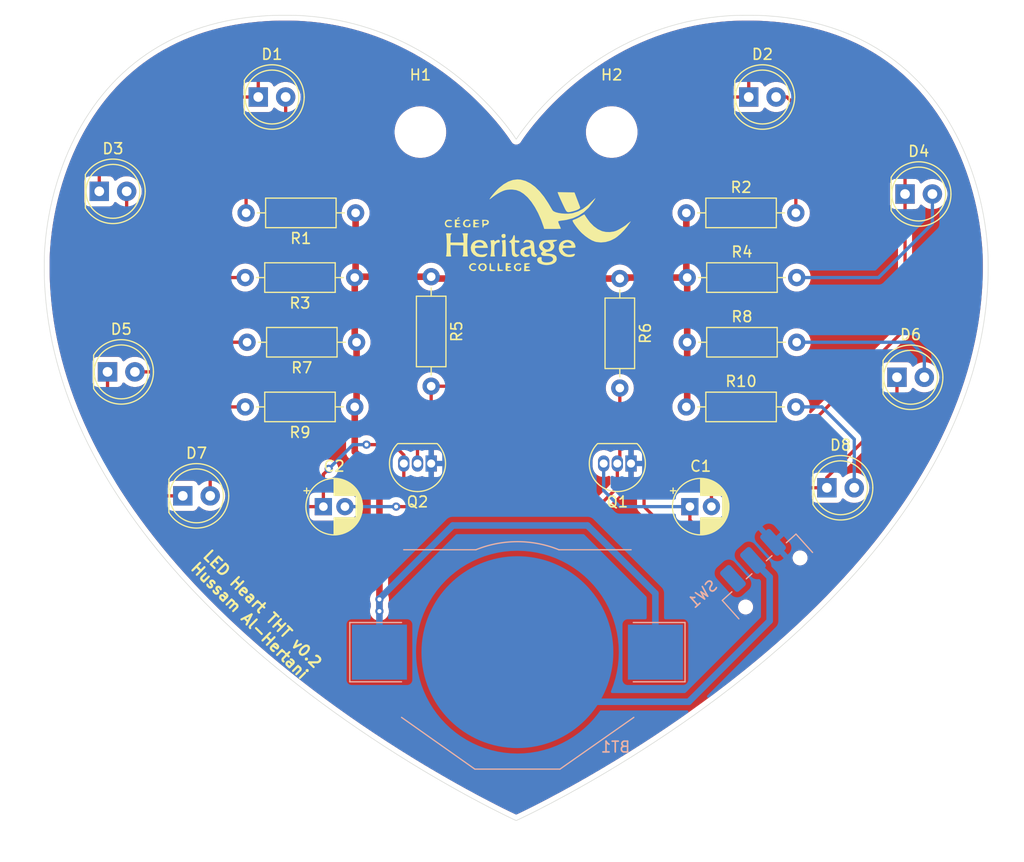
<source format=kicad_pcb>
(kicad_pcb (version 20240108) (generator "pcbnew") (generator_version "8.0")
  (layers (0 "F.Cu" signal) (31 "B.Cu" signal) (34 "B.Paste" user) (35 "F.Paste" user) (36 "B.SilkS" user "B.Silkscreen") (37 "F.SilkS" user "F.Silkscreen") (38 "B.Mask" user) (39 "F.Mask" user) (44 "Edge.Cuts" user))
  (net 0 "")
  (net 1 "Net-(D1-K)")
  (net 2 "Net-(Q2-B)")
  (net 3 "Net-(Q1-B)")
  (net 4 "Net-(D5-K)")
  (net 5 "Net-(D1-A)")
  (net 6 "Net-(D2-A)")
  (net 7 "Net-(D3-A)")
  (net 8 "Net-(D4-A)")
  (net 9 "Net-(D5-A)")
  (net 10 "Net-(D6-A)")
  (net 11 "Net-(D7-A)")
  (net 12 "Net-(D8-A)")
  (net 13 "GND")
  (net 14 "VCC")
  (net 15 "/VBAT")
  (footprint "LED_THT:LED_D5.0mm" (layer "F.Cu") (at 49.21 117.75)
    (property "Reference" "D3" (at 1.27 -3.96 0) (layer "F.SilkS"))
    (property "Value" "LED")
    (pad "1" thru_hole rect (at 0 0) (size 1.8 1.8) (drill 0.9) (layers "*.Cu" "*.Mask") (net 1 "Net-(D1-K)"))
    (pad "2" thru_hole circle (at 2.54 0) (size 1.8 1.8) (drill 0.9) (layers "*.Cu" "*.Mask") (net 7 "Net-(D3-A)"))
  )
  (footprint "Resistor_THT:R_Axial_DIN0207_L6.3mm_D2.5mm_P10.16mm_Horizontal" (layer "F.Cu") (at 103.67 119.75)
    (property "Reference" "R2" (at 5.08 -2.37 0) (layer "F.SilkS"))
    (property "Value" "220")
    (pad "1" thru_hole circle (at 0 0) (size 1.6 1.6) (drill 0.8) (layers "*.Cu" "*.Mask") (net 14 "VCC"))
    (pad "2" thru_hole oval (at 10.16 0) (size 1.6 1.6) (drill 0.8) (layers "*.Cu" "*.Mask") (net 6 "Net-(D2-A)"))
  )
  (footprint "Resistor_THT:R_Axial_DIN0207_L6.3mm_D2.5mm_P10.16mm_Horizontal" (layer "F.Cu") (at 72.99 119.75 180)
    (property "Reference" "R1" (at 5.08 -2.37 0) (layer "F.SilkS"))
    (property "Value" "220")
    (pad "1" thru_hole circle (at 0 0 180) (size 1.6 1.6) (drill 0.8) (layers "*.Cu" "*.Mask") (net 14 "VCC"))
    (pad "2" thru_hole oval (at 10.16 0 180) (size 1.6 1.6) (drill 0.8) (layers "*.Cu" "*.Mask") (net 5 "Net-(D1-A)"))
  )
  (footprint "Resistor_THT:R_Axial_DIN0207_L6.3mm_D2.5mm_P10.16mm_Horizontal" (layer "F.Cu") (at 103.75 125.75)
    (property "Reference" "R4" (at 5.08 -2.37 0) (layer "F.SilkS"))
    (property "Value" "220")
    (pad "1" thru_hole circle (at 0 0) (size 1.6 1.6) (drill 0.8) (layers "*.Cu" "*.Mask") (net 14 "VCC"))
    (pad "2" thru_hole oval (at 10.16 0) (size 1.6 1.6) (drill 0.8) (layers "*.Cu" "*.Mask") (net 8 "Net-(D4-A)"))
  )
  (footprint "Resistor_THT:R_Axial_DIN0207_L6.3mm_D2.5mm_P10.16mm_Horizontal" (layer "F.Cu") (at 72.91 137.75 180)
    (property "Reference" "R9" (at 5.08 -2.37 0) (layer "F.SilkS"))
    (property "Value" "220")
    (pad "1" thru_hole circle (at 0 0 180) (size 1.6 1.6) (drill 0.8) (layers "*.Cu" "*.Mask") (net 14 "VCC"))
    (pad "2" thru_hole oval (at 10.16 0 180) (size 1.6 1.6) (drill 0.8) (layers "*.Cu" "*.Mask") (net 11 "Net-(D7-A)"))
  )
  (footprint "LED_THT:LED_D5.0mm" (layer "F.Cu") (at 123.21 135)
    (property "Reference" "D6" (at 1.27 -3.96 0) (layer "F.SilkS"))
    (property "Value" "LED")
    (pad "1" thru_hole rect (at 0 0) (size 1.8 1.8) (drill 0.9) (layers "*.Cu" "*.Mask") (net 4 "Net-(D5-K)"))
    (pad "2" thru_hole circle (at 2.54 0) (size 1.8 1.8) (drill 0.9) (layers "*.Cu" "*.Mask") (net 10 "Net-(D6-A)"))
  )
  (footprint "Resistor_THT:R_Axial_DIN0207_L6.3mm_D2.5mm_P10.16mm_Horizontal" (layer "F.Cu") (at 97.5 125.84 -90)
    (property "Reference" "R6" (at 5.08 -2.37 90) (layer "F.SilkS"))
    (property "Value" "47k")
    (pad "1" thru_hole circle (at 0 0 270) (size 1.6 1.6) (drill 0.8) (layers "*.Cu" "*.Mask") (net 14 "VCC"))
    (pad "2" thru_hole oval (at 10.16 0 270) (size 1.6 1.6) (drill 0.8) (layers "*.Cu" "*.Mask") (net 3 "Net-(Q1-B)"))
  )
  (footprint "LED_THT:LED_D5.0mm" (layer "F.Cu") (at 123.96 118)
    (property "Reference" "D4" (at 1.27 -3.96 0) (layer "F.SilkS"))
    (property "Value" "LED")
    (pad "1" thru_hole rect (at 0 0) (size 1.8 1.8) (drill 0.9) (layers "*.Cu" "*.Mask") (net 1 "Net-(D1-K)"))
    (pad "2" thru_hole circle (at 2.54 0) (size 1.8 1.8) (drill 0.9) (layers "*.Cu" "*.Mask") (net 8 "Net-(D4-A)"))
  )
  (footprint "Capacitor_THT:CP_Radial_D5.0mm_P2.00mm" (layer "F.Cu") (at 104 147)
    (property "Reference" "C1" (at 1 -3.75 0) (layer "F.SilkS"))
    (property "Value" "10u")
    (pad "1" thru_hole rect (at 0 0) (size 1.6 1.6) (drill 0.8) (layers "*.Cu" "*.Mask") (net 1 "Net-(D1-K)"))
    (pad "2" thru_hole circle (at 2 0) (size 1.6 1.6) (drill 0.8) (layers "*.Cu" "*.Mask") (net 2 "Net-(Q2-B)"))
  )
  (footprint "LED_THT:LED_D5.0mm" (layer "F.Cu") (at 116.71 145.25)
    (property "Reference" "D8" (at 1.27 -3.96 0) (layer "F.SilkS"))
    (property "Value" "LED")
    (pad "1" thru_hole rect (at 0 0) (size 1.8 1.8) (drill 0.9) (layers "*.Cu" "*.Mask") (net 4 "Net-(D5-K)"))
    (pad "2" thru_hole circle (at 2.54 0) (size 1.8 1.8) (drill 0.9) (layers "*.Cu" "*.Mask") (net 12 "Net-(D8-A)"))
  )
  (footprint "Resistor_THT:R_Axial_DIN0207_L6.3mm_D2.5mm_P10.16mm_Horizontal" (layer "F.Cu") (at 72.91 125.75 180)
    (property "Reference" "R3" (at 5.08 -2.37 0) (layer "F.SilkS"))
    (property "Value" "220")
    (pad "1" thru_hole circle (at 0 0 180) (size 1.6 1.6) (drill 0.8) (layers "*.Cu" "*.Mask") (net 14 "VCC"))
    (pad "2" thru_hole oval (at 10.16 0 180) (size 1.6 1.6) (drill 0.8) (layers "*.Cu" "*.Mask") (net 7 "Net-(D3-A)"))
  )
  (footprint "Resistor_THT:R_Axial_DIN0207_L6.3mm_D2.5mm_P10.16mm_Horizontal" (layer "F.Cu") (at 103.67 137.75)
    (property "Reference" "R10" (at 5.08 -2.37 0) (layer "F.SilkS"))
    (property "Value" "220")
    (pad "1" thru_hole circle (at 0 0) (size 1.6 1.6) (drill 0.8) (layers "*.Cu" "*.Mask") (net 14 "VCC"))
    (pad "2" thru_hole oval (at 10.16 0) (size 1.6 1.6) (drill 0.8) (layers "*.Cu" "*.Mask") (net 12 "Net-(D8-A)"))
  )
  (footprint "Package_TO_SOT_THT:TO-92_Inline" (layer "F.Cu") (at 80 143 180)
    (property "Reference" "Q2" (at 1.27 -3.56 0) (layer "F.SilkS"))
    (property "Value" "2N3904")
    (pad "1" thru_hole rect (at 0 0 180) (size 1.05 1.5) (drill 0.75) (layers "*.Cu" "*.Mask") (net 13 "GND"))
    (pad "2" thru_hole oval (at 1.27 0 180) (size 1.05 1.5) (drill 0.75) (layers "*.Cu" "*.Mask") (net 2 "Net-(Q2-B)"))
    (pad "3" thru_hole oval (at 2.54 0 180) (size 1.05 1.5) (drill 0.75) (layers "*.Cu" "*.Mask") (net 4 "Net-(D5-K)"))
  )
  (footprint "MountingHole:MountingHole_4.3mm_M4" (layer "F.Cu") (at 96.75 112.25)
    (property "Reference" "H2" (at 0 -5.3 0) (layer "F.SilkS"))
    (property "Value" "MountingHole")
    (pad "" np_thru_hole circle (at 0 0) (size 4.3 4.3) (drill 4.3) (layers "*.Cu" "*.Mask"))
  )
  (footprint "MountingHole:MountingHole_4.3mm_M4" (layer "F.Cu") (at 79 112.25)
    (property "Reference" "H1" (at 0 -5.3 0) (layer "F.SilkS"))
    (property "Value" "MountingHole")
    (pad "" np_thru_hole circle (at 0 0) (size 4.3 4.3) (drill 4.3) (layers "*.Cu" "*.Mask"))
  )
  (footprint "Capacitor_THT:CP_Radial_D5.0mm_P2.00mm" (layer "F.Cu") (at 70 147)
    (property "Reference" "C2" (at 1 -3.75 0) (layer "F.SilkS"))
    (property "Value" "10u")
    (pad "1" thru_hole rect (at 0 0) (size 1.6 1.6) (drill 0.8) (layers "*.Cu" "*.Mask") (net 4 "Net-(D5-K)"))
    (pad "2" thru_hole circle (at 2 0) (size 1.6 1.6) (drill 0.8) (layers "*.Cu" "*.Mask") (net 3 "Net-(Q1-B)"))
  )
  (footprint "LED_THT:LED_D5.0mm" (layer "F.Cu") (at 49.975 134.5)
    (property "Reference" "D5" (at 1.27 -3.96 0) (layer "F.SilkS"))
    (property "Value" "LED")
    (pad "1" thru_hole rect (at 0 0) (size 1.8 1.8) (drill 0.9) (layers "*.Cu" "*.Mask") (net 4 "Net-(D5-K)"))
    (pad "2" thru_hole circle (at 2.54 0) (size 1.8 1.8) (drill 0.9) (layers "*.Cu" "*.Mask") (net 9 "Net-(D5-A)"))
  )
  (footprint "logos:heritage-logo-small" (layer "F.Cu") (at 89.626011 120.888201)
    (property "Reference" "G***" (hide yes))
    (property "Value" "LOGO" (hide yes))
  )
  (footprint "Resistor_THT:R_Axial_DIN0207_L6.3mm_D2.5mm_P10.16mm_Horizontal" (layer "F.Cu") (at 80 125.67 -90)
    (property "Reference" "R5" (at 5.08 -2.37 90) (layer "F.SilkS"))
    (property "Value" "47k")
    (pad "1" thru_hole circle (at 0 0 270) (size 1.6 1.6) (drill 0.8) (layers "*.Cu" "*.Mask") (net 14 "VCC"))
    (pad "2" thru_hole oval (at 10.16 0 270) (size 1.6 1.6) (drill 0.8) (layers "*.Cu" "*.Mask") (net 2 "Net-(Q2-B)"))
  )
  (footprint "LED_THT:LED_D5.0mm" (layer "F.Cu") (at 109.46 109)
    (property "Reference" "D2" (at 1.27 -3.96 0) (layer "F.SilkS"))
    (property "Value" "LED")
    (pad "1" thru_hole rect (at 0 0) (size 1.8 1.8) (drill 0.9) (layers "*.Cu" "*.Mask") (net 1 "Net-(D1-K)"))
    (pad "2" thru_hole circle (at 2.54 0) (size 1.8 1.8) (drill 0.9) (layers "*.Cu" "*.Mask") (net 6 "Net-(D2-A)"))
  )
  (footprint "Package_TO_SOT_THT:TO-92_Inline" (layer "F.Cu") (at 98.54 143 180)
    (property "Reference" "Q1" (at 1.27 -3.56 0) (layer "F.SilkS"))
    (property "Value" "2N3904")
    (pad "1" thru_hole rect (at 0 0 180) (size 1.05 1.5) (drill 0.75) (layers "*.Cu" "*.Mask") (net 13 "GND"))
    (pad "2" thru_hole oval (at 1.27 0 180) (size 1.05 1.5) (drill 0.75) (layers "*.Cu" "*.Mask") (net 3 "Net-(Q1-B)"))
    (pad "3" thru_hole oval (at 2.54 0 180) (size 1.05 1.5) (drill 0.75) (layers "*.Cu" "*.Mask") (net 1 "Net-(D1-K)"))
  )
  (footprint "Resistor_THT:R_Axial_DIN0207_L6.3mm_D2.5mm_P10.16mm_Horizontal" (layer "F.Cu") (at 103.75 131.75)
    (property "Reference" "R8" (at 5.08 -2.37 0) (layer "F.SilkS"))
    (property "Value" "220")
    (pad "1" thru_hole circle (at 0 0) (size 1.6 1.6) (drill 0.8) (layers "*.Cu" "*.Mask") (net 14 "VCC"))
    (pad "2" thru_hole oval (at 10.16 0) (size 1.6 1.6) (drill 0.8) (layers "*.Cu" "*.Mask") (net 10 "Net-(D6-A)"))
  )
  (footprint "logos:heart_largest" (layer "F.Cu") (at 88 138.5)
    (property "Reference" "G***" (hide yes))
    (property "Value" "LOGO" (hide yes))
    (fp_poly (pts (xy 21.536419 -37.080393) (xy 21.722675 -37.079962) (xy 21.890052 -37.079145) (xy 22.041543 -37.077863) (xy 22.180141 -37.076035) (xy 22.308838 -37.073582) (xy 22.430628 -37.070423) (xy 22.548502 -37.066478) (xy 22.665455 -37.061666) (xy 22.784478 -37.055909) (xy 22.908564 -37.049125) (xy 23.040707 -37.041236) (xy 23.183898 -37.032159) (xy 23.218062 -37.029938) (xy 23.997104 -36.9682) (xy 24.763053 -36.885551) (xy 25.51586 -36.782003) (xy 26.255475 -36.657571) (xy 26.981848 -36.512268) (xy 27.69493 -36.346109) (xy 28.394673 -36.159107) (xy 29.081025 -35.951277) (xy 29.753939 -35.722631) (xy 30.413365 -35.473185) (xy 31.059253 -35.202951) (xy 31.691554 -34.911944) (xy 32.310218 -34.600178) (xy 32.785022 -34.341616) (xy 33.377913 -33.993662) (xy 33.956513 -33.6254) (xy 34.520681 -33.236968) (xy 35.070278 -32.828502) (xy 35.605165 -32.400141) (xy 36.125202 -31.95202) (xy 36.63025 -31.484278) (xy 37.120169 -30.997051) (xy 37.594821 -30.490477) (xy 38.054065 -29.964693) (xy 38.497763 -29.419835) (xy 38.925774 -28.856042) (xy 39.337959 -28.273451) (xy 39.73418 -27.672198) (xy 40.002112 -27.240039) (xy 40.346368 -26.649769) (xy 40.677499 -26.040118) (xy 40.994476 -25.413435) (xy 41.296267 -24.772065) (xy 41.581841 -24.118354) (xy 41.850168 -23.454651) (xy 42.100217 -22.783301) (xy 42.330957 -22.106651) (xy 42.511691 -21.527215) (xy 42.723702 -20.782998) (xy 42.913543 -20.044413) (xy 43.081723 -19.308548) (xy 43.22875 -18.572495) (xy 43.355131 -17.833345) (xy 43.461376 -17.088186) (xy 43.547993 -16.334111) (xy 43.615488 -15.568209) (xy 43.653679 -14.987616) (xy 43.657115 -14.911236) (xy 43.66014 -14.812729) (xy 43.662753 -14.69483) (xy 43.664956 -14.560275) (xy 43.666746 -14.411798) (xy 43.668125 -14.252135) (xy 43.669093 -14.08402) (xy 43.669648 -13.91019) (xy 43.669793 -13.733379) (xy 43.669525 -13.556322) (xy 43.668845 -13.381755) (xy 43.667754 -13.212413) (xy 43.66625 -13.05103) (xy 43.664335 -12.900342) (xy 43.662007 -12.763084) (xy 43.659267 -12.641991) (xy 43.656115 -12.539798) (xy 43.653733 -12.482428) (xy 43.615304 -11.787855) (xy 43.566847 -11.112569) (xy 43.507896 -10.452902) (xy 43.437986 -9.805186) (xy 43.35665 -9.165756) (xy 43.263422 -8.530943) (xy 43.157838 -7.897081) (xy 43.03943 -7.260503) (xy 42.909675 -6.626628) (xy 42.702729 -5.716406) (xy 42.471008 -4.806605) (xy 42.214603 -3.897458) (xy 41.933604 -2.989199) (xy 41.628101 -2.082062) (xy 41.298185 -1.17628) (xy 40.943944 -0.272087) (xy 40.565471 0.630284) (xy 40.162854 1.530599) (xy 39.736184 2.428624) (xy 39.285552 3.324127) (xy 38.811047 4.216872) (xy 38.519439 4.743074) (xy 37.995718 5.650778) (xy 37.44732 6.556103) (xy 36.874329 7.458958) (xy 36.276827 8.359251) (xy 35.654897 9.256892) (xy 35.008623 10.151789) (xy 34.338088 11.04385) (xy 33.643374 11.932985) (xy 32.924566 12.819103) (xy 32.181746 13.702111) (xy 31.414997 14.58192) (xy 30.624402 15.458437) (xy 29.810045 16.331572) (xy 28.972009 17.201233) (xy 28.110376 18.067329) (xy 27.22523 18.929769) (xy 26.316654 19.788461) (xy 25.384731 20.643315) (xy 24.429544 21.494239) (xy 23.451176 22.341141) (xy 22.449711 23.183932) (xy 21.425232 24.022518) (xy 20.377821 24.85681) (xy 19.743123 25.351634) (xy 18.660998 26.176948) (xy 17.556304 26.996574) (xy 16.430927 27.80932) (xy 15.286754 28.613994) (xy 14.125671 29.409403) (xy 12.949565 30.194356) (xy 11.760322 30.967659) (xy 10.559829 31.728121) (xy 9.349972 32.474549) (xy 8.132638 33.205751) (xy 6.909712 33.920534) (xy 5.683082 34.617707) (xy 4.454635 35.296076) (xy 3.226255 35.95445) (xy 1.999831 36.591637) (xy 1.790308 36.698457) (xy 1.663045 36.762879) (xy 1.528811 36.830318) (xy 1.389384 36.899913) (xy 1.246542 36.970806) (xy 1.102063 37.042138) (xy 0.957724 37.113048) (xy 0.815304 37.182678) (xy 0.676581 37.250167) (xy 0.543332 37.314657) (xy 0.417335 37.375288) (xy 0.300368 37.4312) (xy 0.194209 37.481535) (xy 0.100636 37.525432) (xy 0.021426 37.562033) (xy -0.041641 37.590478) (xy -0.08679 37.609907) (xy -0.11224 37.619461) (xy -0.116708 37.620317) (xy -0.131587 37.614882) (xy -0.165404 37.600258) (xy -0.214683 37.578021) (xy -0.275949 37.549747) (xy -0.345724 37.517013) (xy -0.372981 37.504096) (xy -0.96954 37.216966) (xy -1.583052 36.914534) (xy -2.211695 36.597801) (xy -2.853647 36.267769) (xy -3.507087 35.925437) (xy -4.170191 35.571807) (xy -4.841139 35.207879) (xy -5.518108 34.834655) (xy -6.199276 34.453136) (xy -6.882821 34.064323) (xy -7.566922 33.669216) (xy -8.249755 33.268816) (xy -8.9295 32.864125) (xy -9.604334 32.456143) (xy -9.977239 32.227947) (xy -11.196606 31.468613) (xy -12.398977 30.700029) (xy -13.583938 29.922523) (xy -14.751078 29.136423) (xy -15.899982 28.34206) (xy -17.030239 27.539761) (xy -18.141434 26.729856) (xy -19.233154 25.912673) (xy -20.304988 25.088541) (xy -21.356521 24.25779) (xy -22.38734 23.420747) (xy -23.397033 22.577743) (xy -24.385187 21.729105) (xy -25.351387 20.875163) (xy -26.295222 20.016246) (xy -27.216279 19.152682) (xy -28.114143 18.2848) (xy -28.988402 17.41293) (xy -29.838644 16.537399) (xy -30.311117 16.038179) (xy -31.108317 15.173783) (xy -31.8821 14.306308) (xy -32.632386 13.435876) (xy -33.359092 12.562611) (xy -34.062137 11.686634) (xy -34.74144 10.808068) (xy -35.396921 9.927036) (xy -36.028496 9.043661) (xy -36.636086 8.158065) (xy -37.219609 7.270371) (xy -37.778983 6.380701) (xy -38.314128 5.489178) (xy -38.824962 4.595925) (xy -39.311403 3.701065) (xy -39.773371 2.804719) (xy -40.210784 1.907011) (xy -40.62356 1.008064) (xy -41.011619 0.107999) (xy -41.236093 -0.441361) (xy -41.586618 -1.34852) (xy -41.912314 -2.255694) (xy -42.213217 -3.163042) (xy -42.489364 -4.070722) (xy -42.740791 -4.978893) (xy -42.967535 -5.887713) (xy -43.16963 -6.797341) (xy -43.347115 -7.707935) (xy -43.500024 -8.619654) (xy -43.628394 -9.532655) (xy -43.732261 -10.447097) (xy -43.811662 -11.363139) (xy -43.843411 -11.842144) (xy -43.852971 -12.006592) (xy -43.861258 -12.157293) (xy -43.868359 -12.297598) (xy -43.874361 -12.43086) (xy -43.879353 -12.560432) (xy -43.883422 -12.689666) (xy -43.886656 -12.821915) (xy -43.889141 -12.960532) (xy -43.890966 -13.108868) (xy -43.892219 -13.270278) (xy -43.892986 -13.448112) (xy -43.893355 -13.645724) (xy -43.893419 -13.756779) (xy -43.893347 -13.957196) (xy -43.892977 -14.135703) (xy -43.892226 -14.295254) (xy -43.89101 -14.438805) (xy -43.889244 -14.56931) (xy -43.886846 -14.689723) (xy -43.88373 -14.802999) (xy -43.879814 -14.912093) (xy -43.875013 -15.019959) (xy -43.869243 -15.129552) (xy -43.862422 -15.243826) (xy -43.854464 -15.365737) (xy -43.845286 -15.498238) (xy -43.843142 -15.528439) (xy -43.77705 -16.298716) (xy -43.688748 -17.068154) (xy -43.578591 -17.835561) (xy -43.446931 -18.599747) (xy -43.29412 -19.359521) (xy -43.120512 -20.113694) (xy -42.92646 -20.861074) (xy -42.712317 -21.600471) (xy -42.478436 -22.330695) (xy -42.225169 -23.050555) (xy -41.95287 -23.758861) (xy -41.661891 -24.454422) (xy -41.352586 -25.136048) (xy -41.025307 -25.802548) (xy -40.680407 -26.452732) (xy -40.518998 -26.740638) (xy -40.147382 -27.368807) (xy -39.75955 -27.978621) (xy -39.355644 -28.569937) (xy -38.935807 -29.142608) (xy -38.500181 -29.696492) (xy -38.04891 -30.231443) (xy -37.582136 -30.747318) (xy -37.100001 -31.243972) (xy -36.602648 -31.721261) (xy -36.09022 -32.17904) (xy -35.562859 -32.617165) (xy -35.020709 -33.035492) (xy -34.46391 -33.433876) (xy -33.892607 -33.812173) (xy -33.306942 -34.170239) (xy -33.008811 -34.341616) (xy -32.400857 -34.669626) (xy -31.779227 -34.976886) (xy -31.143973 -35.263385) (xy -30.495142 -35.529106) (xy -29.832783 -35.774038) (xy -29.156948 -35.998166) (xy -28.467684 -36.201476) (xy -27.765041 -36.383954) (xy -27.049069 -36.545586) (xy -26.319817 -36.686359) (xy -25.577334 -36.806258) (xy -24.82167 -36.90527) (xy -24.052874 -36.983381) (xy -23.44185 -37.029938) (xy -23.29575 -37.039293) (xy -23.161375 -37.047444) (xy -23.035731 -37.05447) (xy -22.915826 -37.060452) (xy -22.798668 -37.06547) (xy -22.681263 -37.069604) (xy -22.560619 -37.072933) (xy -22.433743 -37.075539) (xy -22.297642 -37.077501) (xy -22.149323 -37.078899) (xy -21.985794 -37.079814) (xy -21.804062 -37.080325) (xy -21.601134 -37.080513) (xy -21.55208 -37.080519) (xy -21.350355 -37.080417) (xy -21.170603 -37.080057) (xy -21.009934 -37.07936) (xy -20.865457 -37.078245) (xy -20.734281 -37.076633) (xy -20.613515 -37.074443) (xy -20.500267 -37.071595) (xy -20.391647 -37.06801) (xy -20.284764 -37.063607) (xy -20.176727 -37.058306) (xy -20.064644 -37.052027) (xy -19.945626 -37.044691) (xy -19.81678 -37.036216) (xy -19.724474 -37.029928) (xy -18.940314 -36.963631) (xy -18.161433 -36.873081) (xy -17.388064 -36.758372) (xy -16.620445 -36.619601) (xy -15.858811 -36.456863) (xy -15.103398 -36.270254) (xy -14.35444 -36.059868) (xy -13.612175 -35.825802) (xy -12.876837 -35.56815) (xy -12.148663 -35.287009) (xy -11.427887 -34.982473) (xy -10.714746 -34.654638) (xy -10.009476 -34.303599) (xy -9.312312 -33.929453) (xy -8.623489 -33.532294) (xy -7.943244 -33.112218) (xy -7.271812 -32.66932) (xy -6.609429 -32.203695) (xy -5.95633 -31.71544) (xy -5.312751 -31.204649) (xy -5.286685 -31.183321) (xy -4.709572 -30.696833) (xy -4.139676 -30.189177) (xy -3.57996 -29.663276) (xy -3.033386 -29.122049) (xy -2.502918 -28.56842) (xy -1.991517 -28.005309) (xy -1.577904 -27.525991) (xy -1.41252 -27.327225) (xy -1.246193 -27.122671) (xy -1.081042 -26.915125) (xy -0.919186 -26.707382) (xy -0.762744 -26.502236) (xy -0.613835 -26.302483) (xy -0.474578 -26.110916) (xy -0.347092 -25.930332) (xy -0.233496 -25.763524) (xy -0.180274 -25.682626) (xy -0.152439 -25.640695) (xy -0.129589 -25.608082) (xy -0.115044 -25.589441) (xy -0.111894 -25.586812) (xy -0.102866 -25.596535) (xy -0.083837 -25.622602) (xy -0.05813 -25.660361) (xy -0.043514 -25.682626) (xy 0.061965 -25.841106) (xy 0.182443 -26.014827) (xy 0.315802 -26.200992) (xy 0.459922 -26.396808) (xy 0.612685 -26.599479) (xy 0.771971 -26.806211) (xy 0.935661 -27.014209) (xy 1.101637 -27.220678) (xy 1.267779 -27.422823) (xy 1.354116 -27.525991) (xy 1.868036 -28.118676) (xy 2.399806 -28.697967) (xy 2.948397 -29.263063) (xy 3.512785 -29.813164) (xy 4.091942 -30.347468) (xy 4.684842 -30.865174) (xy 5.29046 -31.365481) (xy 5.907767 -31.847587) (xy 6.535739 -32.310691) (xy 7.173348 -32.753992) (xy 7.819569 -33.176689) (xy 8.473375 -33.577981) (xy 9.133739 -33.957066) (xy 9.799636 -34.313143) (xy 10.470038 -34.645411) (xy 10.480764 -34.650514) (xy 11.203887 -34.98139) (xy 11.929897 -35.287652) (xy 12.659284 -35.569436) (xy 13.392538 -35.826877) (xy 14.130148 -36.060111) (xy 14.872605 -36.269273) (xy 15.620397 -36.4545) (xy 16.374016 -36.615926) (xy 17.13395 -36.753687) (xy 17.90069 -36.867919) (xy 18.674726 -36.958757) (xy 18.897699 -36.980471) (xy 19.09411 -36.998335) (xy 19.276894 -37.014026) (xy 19.449226 -37.027673) (xy 19.614278 -37.039408) (xy 19.775225 -37.049361) (xy 19.935239 -37.057663) (xy 20.097495 -37.064444) (xy 20.265165 -37.069835) (xy 20.441423 -37.073967) (xy 20.629442 -37.07697) (xy 20.832396 -37.078976) (xy 21.053458 -37.080113) (xy 21.295801 -37.080514) (xy 21.328292 -37.080519)) (stroke (width 0.05)) (fill none) (layer "Edge.Cuts"))
  )
  (footprint "LED_THT:LED_D5.0mm" (layer "F.Cu") (at 56.96 146)
    (property "Reference" "D7" (at 1.27 -3.96 0) (layer "F.SilkS"))
    (property "Value" "LED")
    (pad "1" thru_hole rect (at 0 0) (size 1.8 1.8) (drill 0.9) (layers "*.Cu" "*.Mask") (net 4 "Net-(D5-K)"))
    (pad "2" thru_hole circle (at 2.54 0) (size 1.8 1.8) (drill 0.9) (layers "*.Cu" "*.Mask") (net 11 "Net-(D7-A)"))
  )
  (footprint "Resistor_THT:R_Axial_DIN0207_L6.3mm_D2.5mm_P10.16mm_Horizontal" (layer "F.Cu") (at 73.08 131.75 180)
    (property "Reference" "R7" (at 5.08 -2.37 0) (layer "F.SilkS"))
    (property "Value" "220")
    (pad "1" thru_hole circle (at 0 0 180) (size 1.6 1.6) (drill 0.8) (layers "*.Cu" "*.Mask") (net 14 "VCC"))
    (pad "2" thru_hole oval (at 10.16 0 180) (size 1.6 1.6) (drill 0.8) (layers "*.Cu" "*.Mask") (net 9 "Net-(D5-A)"))
  )
  (footprint "LED_THT:LED_D5.0mm" (layer "F.Cu") (at 63.96 109)
    (property "Reference" "D1" (at 1.27 -3.96 0) (layer "F.SilkS"))
    (property "Value" "LED")
    (pad "1" thru_hole rect (at 0 0) (size 1.8 1.8) (drill 0.9) (layers "*.Cu" "*.Mask") (net 1 "Net-(D1-K)"))
    (pad "2" thru_hole circle (at 2.54 0) (size 1.8 1.8) (drill 0.9) (layers "*.Cu" "*.Mask") (net 5 "Net-(D1-A)"))
  )
  (footprint "Button_Switch_SMD:SW_SPDT_CK_JS102011SAQN" (layer "B.Cu") (at 111.695414 154.03419 -138)
    (property "Reference" "SW1" (at 5.540199 3.554229 42) (layer "B.SilkS") (effects (justify mirror)))
    (property "Value" "SW_Push_SPDT")
    (pad "" np_thru_hole circle (at -3.4 0 222) (size 0.9 0.9) (drill 0.9) (layers "*.Cu" "*.Mask"))
    (pad "" np_thru_hole circle (at 3.4 0 222) (size 0.9 0.9) (drill 0.9) (layers "*.Cu" "*.Mask"))
    (pad "1" smd roundrect (at -2.5 2.75 222) (size 1.25 2.5) (layers "B.Cu" "B.Paste" "B.Mask") (roundrect_rratio 0.2) (net 13 "GND"))
    (pad "2" smd roundrect (at -0.000001 2.75 222) (size 1.25 2.5) (layers "B.Cu" "B.Paste" "B.Mask") (roundrect_rratio 0.2) (net 15 "/VBAT"))
    (pad "3" smd roundrect (at 2.5 2.75 222) (size 1.25 2.5) (layers "B.Cu" "B.Paste" "B.Mask") (roundrect_rratio 0.2))
  )
  (footprint "Battery:BatteryHolder_Keystone_3002_1x2032" (layer "B.Cu") (at 88 160.5 180)
    (property "Reference" "BT1" (at -9.1 -8.8 0) (layer "B.SilkS") (effects (justify mirror)))
    (property "Value" "Battery_Cell")
    (pad "1" smd rect (at -12.8 0 180) (size 5.1 5.1) (layers "B.Cu" "B.Paste" "B.Mask") (net 14 "VCC"))
    (pad "1" smd rect (at 12.8 0 180) (size 5.1 5.1) (layers "B.Cu" "B.Paste" "B.Mask") (net 14 "VCC"))
    (pad "2" smd circle (at 0 0 180) (size 17.8 17.8) (layers "B.Cu" "B.Mask") (net 15 "/VBAT"))
  )
  (gr_text "LED Heart THT v0.2\nHussam Al-Hertani" (at 57.5 152.75 315) (layer "F.SilkS") (effects (font (size 1 1) (thickness 0.2) (bold yes)) (justify left bottom)))
  (segment (start 109.5 106.5) (end 109.46 106.54) (width 0.3048) (layer "F.Cu") (net 1))
  (segment (start 117.75 104.75) (end 110.75 104.75) (width 0.3048) (layer "F.Cu") (net 1))
  (segment (start 65.25 106.25) (end 63.96 107.54) (width 0.3048) (layer "F.Cu") (net 1))
  (segment (start 107 149) (end 104.75 149) (width 0.3048) (layer "F.Cu") (net 1))
  (segment (start 109.46 106.54) (end 109.46 109) (width 0.3048) (layer "F.Cu") (net 1))
  (segment (start 123.96 118) (end 123.96 110.96) (width 0.3048) (layer "F.Cu") (net 1))
  (segment (start 53.5 109) (end 63.96 109) (width 0.3048) (layer "F.Cu") (net 1))
  (segment (start 104 148.25) (end 104 147) (width 0.3048) (layer "F.Cu") (net 1))
  (segment (start 49.21 113.29) (end 53.5 109) (width 0.3048) (layer "F.Cu") (net 1))
  (segment (start 67.25 106.25) (end 65.25 106.25) (width 0.3048) (layer "F.Cu") (net 1))
  (segment (start 123.96 118) (end 123.96 130.54) (width 0.3048) (layer "F.Cu") (net 1))
  (segment (start 112.5 142) (end 112.5 143.5) (width 0.3048) (layer "F.Cu") (net 1))
  (segment (start 49.21 117.75) (end 49.21 113.29) (width 0.3048) (layer "F.Cu") (net 1))
  (segment (start 104.75 149) (end 104 148.25) (width 0.3048) (layer "F.Cu") (net 1))
  (segment (start 63.96 107.54) (end 63.96 109) (width 0.3048) (layer "F.Cu") (net 1))
  (segment (start 78 117) (end 67.25 106.25) (width 0.3048) (layer "F.Cu") (net 1))
  (segment (start 112.5 143.5) (end 107 149) (width 0.3048) (layer "F.Cu") (net 1))
  (segment (start 110.75 104.75) (end 109.5 106) (width 0.3048) (layer "F.Cu") (net 1))
  (segment (start 123.96 130.54) (end 112.5 142) (width 0.3048) (layer "F.Cu") (net 1))
  (segment (start 123.96 110.96) (end 117.75 104.75) (width 0.3048) (layer "F.Cu") (net 1))
  (segment (start 107 109) (end 99 117) (width 0.3048) (layer "F.Cu") (net 1))
  (segment (start 109.46 109) (end 107 109) (width 0.3048) (layer "F.Cu") (net 1))
  (segment (start 109.5 106) (end 109.5 106.5) (width 0.3048) (layer "F.Cu") (net 1))
  (segment (start 99 117) (end 78 117) (width 0.3048) (layer "F.Cu") (net 1))
  (segment (start 97.5 147) (end 96 145.5) (width 0.3048) (layer "B.Cu") (net 1))
  (segment (start 104 147) (end 97.5 147) (width 0.3048) (layer "B.Cu") (net 1))
  (segment (start 96 145.5) (end 96 143) (width 0.3048) (layer "B.Cu") (net 1))
  (segment (start 82.67 135.83) (end 80 135.83) (width 0.3048) (layer "F.Cu") (net 2))
  (segment (start 85.75 132.75) (end 82.67 135.83) (width 0.3048) (layer "F.Cu") (net 2))
  (segment (start 78.73 140.52) (end 78.73 143) (width 0.3048) (layer "F.Cu") (net 2))
  (segment (start 100.75 138.75) (end 100.75 133.75) (width 0.3048) (layer "F.Cu") (net 2))
  (segment (start 80 135.83) (end 80 139.25) (width 0.3048) (layer "F.Cu") (net 2))
  (segment (start 99.75 132.75) (end 85.75 132.75) (width 0.3048) (layer "F.Cu") (net 2))
  (segment (start 106 144) (end 100.75 138.75) (width 0.3048) (layer "F.Cu") (net 2))
  (segment (start 80 139.25) (end 78.73 140.52) (width 0.3048) (layer "F.Cu") (net 2))
  (segment (start 106 147) (end 106 144) (width 0.3048) (layer "F.Cu") (net 2))
  (segment (start 100.75 133.75) (end 99.75 132.75) (width 0.3048) (layer "F.Cu") (net 2))
  (segment (start 76.75 147) (end 95.5 147) (width 0.3048) (layer "F.Cu") (net 3))
  (segment (start 97.27 145.23) (end 97.27 143) (width 0.3048) (layer "F.Cu") (net 3))
  (segment (start 97.5 142.77) (end 97.27 143) (width 0.3048) (layer "F.Cu") (net 3))
  (segment (start 97.5 136) (end 97.5 142.77) (width 0.3048) (layer "F.Cu") (net 3))
  (segment (start 95.5 147) (end 97.27 145.23) (width 0.3048) (layer "F.Cu") (net 3))
  (via (at 76.75 147) (size 0.762) (drill 0.381) (layers "F.Cu" "B.Cu") (net 3))
  (segment (start 72 147) (end 76.75 147) (width 0.3048) (layer "B.Cu") (net 3))
  (segment (start 67 147) (end 70 147) (width 0.3048) (layer "F.Cu") (net 4))
  (segment (start 81.75 139.75) (end 81.75 144) (width 0.3048) (layer "F.Cu") (net 4))
  (segment (start 112.25 145.25) (end 107 150.5) (width 0.3048) (layer "F.Cu") (net 4))
  (segment (start 98.25 133.5) (end 88 133.5) (width 0.3048) (layer "F.Cu") (net 4))
  (segment (start 63.75 150.25) (end 67 147) (width 0.3048) (layer "F.Cu") (net 4))
  (segment (start 76.5 141.25) (end 77.46 142.21) (width 0.3048) (layer "F.Cu") (net 4))
  (segment (start 78 145.5) (end 77.46 144.96) (width 0.3048) (layer "F.Cu") (net 4))
  (segment (start 116.71 145.25) (end 116.71 144.29) (width 0.3048) (layer "F.Cu") (net 4))
  (segment (start 53.125 145.875) (end 53.25 146) (width 0.3048) (layer "F.Cu") (net 4))
  (segment (start 99.75 147) (end 99.75 135) (width 0.3048) (layer "F.Cu") (net 4))
  (segment (start 77.46 144.96) (end 77.46 143) (width 0.3048) (layer "F.Cu") (net 4))
  (segment (start 116.71 144.29) (end 123.21 137.79) (width 0.3048) (layer "F.Cu") (net 4))
  (segment (start 103.25 150.5) (end 99.75 147) (width 0.3048) (layer "F.Cu") (net 4))
  (segment (start 81.75 144) (end 80.25 145.5) (width 0.3048) (layer "F.Cu") (net 4))
  (segment (start 70 144) (end 70.5 143.5) (width 0.3048) (layer "F.Cu") (net 4))
  (segment (start 88 133.5) (end 81.75 139.75) (width 0.3048) (layer "F.Cu") (net 4))
  (segment (start 70 147) (end 70 144) (width 0.3048) (layer "F.Cu") (net 4))
  (segment (start 116.71 145.25) (end 112.25 145.25) (width 0.3048) (layer "F.Cu") (net 4))
  (segment (start 99.75 135) (end 98.25 133.5) (width 0.3048) (layer "F.Cu") (net 4))
  (segment (start 49.975 134.5) (end 49.975 142.725) (width 0.3048) (layer "F.Cu") (net 4))
  (segment (start 57.5 150.25) (end 63.75 150.25) (width 0.3048) (layer "F.Cu") (net 4))
  (segment (start 107 150.5) (end 103.25 150.5) (width 0.3048) (layer "F.Cu") (net 4))
  (segment (start 53.125 145.875) (end 57.5 150.25) (width 0.3048) (layer "F.Cu") (net 4))
  (segment (start 49.975 142.725) (end 53.125 145.875) (width 0.3048) (layer "F.Cu") (net 4))
  (segment (start 53.25 146) (end 56.96 146) (width 0.3048) (layer "F.Cu") (net 4))
  (segment (start 123.21 137.79) (end 123.21 135) (width 0.3048) (layer "F.Cu") (net 4))
  (segment (start 77.46 142.21) (end 77.46 143) (width 0.3048) (layer "F.Cu") (net 4))
  (segment (start 80.25 145.5) (end 78 145.5) (width 0.3048) (layer "F.Cu") (net 4))
  (segment (start 74 141.25) (end 76.5 141.25) (width 0.3048) (layer "F.Cu") (net 4))
  (via (at 70.5 143.5) (size 0.762) (drill 0.381) (layers "F.Cu" "B.Cu") (net 4))
  (via (at 74 141.25) (size 0.762) (drill 0.381) (layers "F.Cu" "B.Cu") (net 4))
  (segment (start 72.75 141.25) (end 74 141.25) (width 0.3048) (layer "B.Cu") (net 4))
  (segment (start 70.5 143.5) (end 72.75 141.25) (width 0.3048) (layer "B.Cu") (net 4))
  (segment (start 66.5 109) (end 66.5 112.5) (width 0.3048) (layer "F.Cu") (net 5))
  (segment (start 62.83 116.17) (end 62.83 119.75) (width 0.3048) (layer "F.Cu") (net 5))
  (segment (start 66.5 112.5) (end 62.83 116.17) (width 0.3048) (layer "F.Cu") (net 5))
  (segment (start 113 109) (end 112 109) (width 0.3048) (layer "F.Cu") (net 6))
  (segment (start 113.83 119.75) (end 113.83 109.83) (width 0.3048) (layer "F.Cu") (net 6))
  (segment (start 113.83 109.83) (end 113 109) (width 0.3048) (layer "F.Cu") (net 6))
  (segment (start 51.75 117.75) (end 51.75 121.5) (width 0.3048) (layer "F.Cu") (net 7))
  (segment (start 51.75 121.5) (end 56 125.75) (width 0.3048) (layer "F.Cu") (net 7))
  (segment (start 56 125.75) (end 62.75 125.75) (width 0.3048) (layer "F.Cu") (net 7))
  (segment (start 121.5 125.75) (end 113.91 125.75) (width 0.3048) (layer "B.Cu") (net 8))
  (segment (start 126.5 120.75) (end 121.5 125.75) (width 0.3048) (layer "B.Cu") (net 8))
  (segment (start 126.5 118) (end 126.5 120.75) (width 0.3048) (layer "B.Cu") (net 8))
  (segment (start 55.25 134.5) (end 52.515 134.5) (width 0.3048) (layer "F.Cu") (net 9))
  (segment (start 58 131.75) (end 55.25 134.5) (width 0.3048) (layer "F.Cu") (net 9))
  (segment (start 62.92 131.75) (end 58 131.75) (width 0.3048) (layer "F.Cu") (net 9))
  (segment (start 124.5 131.75) (end 113.91 131.75) (width 0.3048) (layer "B.Cu") (net 10))
  (segment (start 125.75 135) (end 125.75 133) (width 0.3048) (layer "B.Cu") (net 10))
  (segment (start 125.75 133) (end 124.5 131.75) (width 0.3048) (layer "B.Cu") (net 10))
  (segment (start 59.5 139.25) (end 61 137.75) (width 0.3048) (layer "F.Cu") (net 11))
  (segment (start 61 137.75) (end 62.75 137.75) (width 0.3048) (layer "F.Cu") (net 11))
  (segment (start 59.5 146) (end 59.5 139.25) (width 0.3048) (layer "F.Cu") (net 11))
  (segment (start 116.25 137.75) (end 119.25 140.75) (width 0.3048) (layer "B.Cu") (net 12))
  (segment (start 113.83 137.75) (end 116.25 137.75) (width 0.3048) (layer "B.Cu") (net 12))
  (segment (start 119.25 140.75) (end 119.25 145.25) (width 0.3048) (layer "B.Cu") (net 12))
  (segment (start 72.99 119.75) (end 72.99 125.67) (width 0.6096) (layer "F.Cu") (net 14))
  (segment (start 103.75 125.75) (end 103.75 131.75) (width 0.6096) (layer "F.Cu") (net 14))
  (segment (start 80.08 125.67) (end 80.25 125.84) (width 0.6096) (layer "F.Cu") (net 14))
  (segment (start 103.75 131.75) (end 103.75 137.67) (width 0.6096) (layer "F.Cu") (net 14))
  (segment (start 72.91 125.75) (end 72.99 125.67) (width 0.6096) (layer "F.Cu") (net 14))
  (segment (start 98.25 125.75) (end 103.75 125.75) (width 0.6096) (layer "F.Cu") (net 14))
  (segment (start 72.99 125.67) (end 80 125.67) (width 0.6096) (layer "F.Cu") (net 14))
  (segment (start 72.91 125.75) (end 72.91 131.58) (width 0.6096) (layer "F.Cu") (net 14))
  (segment (start 75.2 144.2) (end 75.2 155.6) (width 0.6096) (layer "F.Cu") (net 14))
  (segment (start 73.08 131.75) (end 73.08 137.58) (width 0.6096) (layer "F.Cu") (net 14))
  (segment (start 80 125.67) (end 80.08 125.67) (width 0.6096) (layer "F.Cu") (net 14))
  (segment (start 75.2 155.6) (end 75.2 156.6) (width 0.6096) (layer "F.Cu") (net 14))
  (segment (start 73.08 137.58) (end 72.91 137.75) (width 0.6096) (layer "F.Cu") (net 14))
  (segment (start 72.91 131.58) (end 73.08 131.75) (width 0.6096) (layer "F.Cu") (net 14))
  (segment (start 103.67 125.67) (end 103.75 125.75) (width 0.6096) (layer "F.Cu") (net 14))
  (segment (start 72.91 141.91) (end 75.2 144.2) (width 0.6096) (layer "F.Cu") (net 14))
  (segment (start 103.75 137.67) (end 103.67 137.75) (width 0.6096) (layer "F.Cu") (net 14))
  (segment (start 98.16 125.84) (end 98.25 125.75) (width 0.6096) (layer "F.Cu") (net 14))
  (segment (start 103.67 119.75) (end 103.67 125.67) (width 0.6096) (layer "F.Cu") (net 14))
  (segment (start 80.25 125.84) (end 97.5 125.84) (width 0.6096) (layer "F.Cu") (net 14))
  (segment (start 72.91 137.75) (end 72.91 141.91) (width 0.6096) (layer "F.Cu") (net 14))
  (segment (start 97.5 125.84) (end 98.16 125.84) (width 0.6096) (layer "F.Cu") (net 14))
  (via (at 75.2 156.7) (size 0.762) (drill 0.381) (layers "F.Cu" "B.Cu") (net 14))
  (via (at 75.2 155.6) (size 0.762) (drill 0.381) (layers "F.Cu" "B.Cu") (net 14))
  (segment (start 82 148.75) (end 94.5 148.75) (width 0.6096) (layer "B.Cu") (net 14))
  (segment (start 75.2 160.5) (end 75.2 156.7) (width 0.6096) (layer "B.Cu") (net 14))
  (segment (start 75.2 156.7) (end 75.2 155.55) (width 0.6096) (layer "B.Cu") (net 14))
  (segment (start 100.8 155.05) (end 100.8 160.5) (width 0.6096) (layer "B.Cu") (net 14))
  (segment (start 75.2 155.55) (end 82 148.75) (width 0.6096) (layer "B.Cu") (net 14))
  (segment (start 94.5 148.75) (end 100.8 155.05) (width 0.6096) (layer "B.Cu") (net 14))
  (segment (start 109.855305 151.990541) (end 111.4 153.535236) (width 0.6096) (layer "B.Cu") (net 15))
  (segment (start 111.4 153.535236) (end 111.4 157.6) (width 0.6096) (layer "B.Cu") (net 15))
  (segment (start 92.6 165.1) (end 88 160.5) (width 0.6096) (layer "B.Cu") (net 15))
  (segment (start 103.9 165.1) (end 92.6 165.1) (width 0.6096) (layer "B.Cu") (net 15))
  (segment (start 111.4 157.6) (end 103.9 165.1) (width 0.6096) (layer "B.Cu") (net 15))
  (zone (net 13) (net_name "GND") (layers "F&B.Cu") (connect_pads (clearance 0.5)) (min_thickness 0.25) (fill yes (thermal_gap 0.5) (thermal_bridge_width 0.5))
    (polygon (pts (xy 40 100) (xy 40 180) (xy 135 180) (xy 135 100)))
  )
)
</source>
